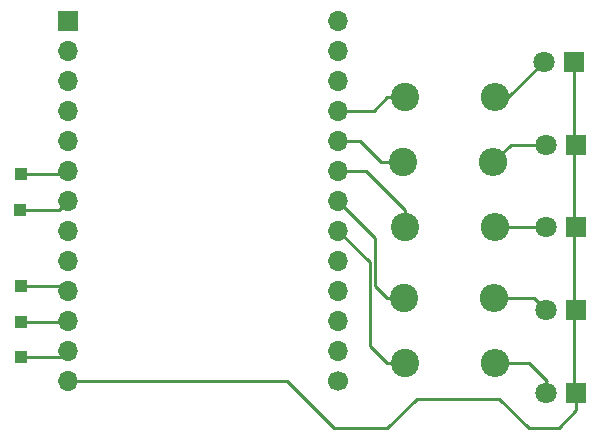
<source format=gbr>
%TF.GenerationSoftware,KiCad,Pcbnew,6.0.4-6f826c9f35~116~ubuntu20.04.1*%
%TF.CreationDate,2022-04-29T17:40:21+02:00*%
%TF.ProjectId,wlap,776c6170-2e6b-4696-9361-645f70636258,rev?*%
%TF.SameCoordinates,Original*%
%TF.FileFunction,Copper,L1,Top*%
%TF.FilePolarity,Positive*%
%FSLAX46Y46*%
G04 Gerber Fmt 4.6, Leading zero omitted, Abs format (unit mm)*
G04 Created by KiCad (PCBNEW 6.0.4-6f826c9f35~116~ubuntu20.04.1) date 2022-04-29 17:40:21*
%MOMM*%
%LPD*%
G01*
G04 APERTURE LIST*
%TA.AperFunction,ComponentPad*%
%ADD10C,2.400000*%
%TD*%
%TA.AperFunction,ComponentPad*%
%ADD11O,2.400000X2.400000*%
%TD*%
%TA.AperFunction,ComponentPad*%
%ADD12R,1.800000X1.800000*%
%TD*%
%TA.AperFunction,ComponentPad*%
%ADD13C,1.800000*%
%TD*%
%TA.AperFunction,ComponentPad*%
%ADD14R,1.000000X1.000000*%
%TD*%
%TA.AperFunction,ComponentPad*%
%ADD15R,1.700000X1.700000*%
%TD*%
%TA.AperFunction,ComponentPad*%
%ADD16O,1.700000X1.700000*%
%TD*%
%TA.AperFunction,ComponentPad*%
%ADD17C,1.700000*%
%TD*%
%TA.AperFunction,Conductor*%
%ADD18C,0.250000*%
%TD*%
G04 APERTURE END LIST*
D10*
%TO.P,R5,1*%
%TO.N,Net-(R5-Pad1)*%
X105500000Y-101500000D03*
D11*
%TO.P,R5,2*%
%TO.N,Net-(D5-Pad2)*%
X113120000Y-101500000D03*
%TD*%
D12*
%TO.P,D1,1,K*%
%TO.N,Net-(D1-Pad1)*%
X119775000Y-76000000D03*
D13*
%TO.P,D1,2,A*%
%TO.N,Net-(D1-Pad2)*%
X117235000Y-76000000D03*
%TD*%
D12*
%TO.P,D4,1,K*%
%TO.N,Net-(D1-Pad1)*%
X120000000Y-97000000D03*
D13*
%TO.P,D4,2,A*%
%TO.N,Net-(D4-Pad2)*%
X117460000Y-97000000D03*
%TD*%
D14*
%TO.P,J3,1,Pin_1*%
%TO.N,Net-(J3-Pad1)*%
X72925000Y-88500000D03*
%TD*%
%TO.P,J2,1,Pin_1*%
%TO.N,Net-(J2-Pad1)*%
X73000000Y-85500000D03*
%TD*%
D10*
%TO.P,R2,1*%
%TO.N,Net-(R2-Pad1)*%
X105340000Y-84500000D03*
D11*
%TO.P,R2,2*%
%TO.N,Net-(D2-Pad2)*%
X112960000Y-84500000D03*
%TD*%
D14*
%TO.P,J5,1,Pin_1*%
%TO.N,Net-(J5-Pad1)*%
X73000000Y-101000000D03*
%TD*%
D10*
%TO.P,R3,1*%
%TO.N,Net-(R3-Pad1)*%
X105500000Y-90000000D03*
D11*
%TO.P,R3,2*%
%TO.N,Net-(D3-Pad2)*%
X113120000Y-90000000D03*
%TD*%
D14*
%TO.P,J4,1,Pin_1*%
%TO.N,Net-(J4-Pad1)*%
X73000000Y-95000000D03*
%TD*%
D15*
%TO.P,U1,1,VP*%
%TO.N,unconnected-(U1-Pad1)*%
X77000000Y-72500000D03*
D16*
%TO.P,U1,2,VN*%
%TO.N,unconnected-(U1-Pad2)*%
X77000000Y-75040000D03*
%TO.P,U1,3,EN*%
%TO.N,unconnected-(U1-Pad3)*%
X77000000Y-77580000D03*
%TO.P,U1,4,34*%
%TO.N,unconnected-(U1-Pad4)*%
X77000000Y-80120000D03*
%TO.P,U1,5,35*%
%TO.N,unconnected-(U1-Pad5)*%
X77000000Y-82660000D03*
%TO.P,U1,6,32*%
%TO.N,Net-(J2-Pad1)*%
X77000000Y-85200000D03*
%TO.P,U1,7,33*%
%TO.N,Net-(J3-Pad1)*%
X77000000Y-87740000D03*
%TO.P,U1,8,25*%
%TO.N,unconnected-(U1-Pad8)*%
X77000000Y-90280000D03*
%TO.P,U1,9,26*%
%TO.N,unconnected-(U1-Pad9)*%
X77000000Y-92820000D03*
%TO.P,U1,10,27*%
%TO.N,Net-(J4-Pad1)*%
X77000000Y-95360000D03*
%TO.P,U1,11,14*%
%TO.N,Net-(J1-Pad1)*%
X77000000Y-97900000D03*
%TO.P,U1,12,12*%
%TO.N,Net-(J5-Pad1)*%
X77000000Y-100440000D03*
%TO.P,U1,13,GND*%
%TO.N,Net-(D1-Pad1)*%
X77000000Y-102980000D03*
D17*
%TO.P,U1,14,13*%
%TO.N,unconnected-(U1-Pad14)*%
X99860000Y-102980000D03*
D16*
%TO.P,U1,15,15*%
%TO.N,unconnected-(U1-Pad15)*%
X99860000Y-100440000D03*
%TO.P,U1,16,2*%
%TO.N,unconnected-(U1-Pad16)*%
X99860000Y-97900000D03*
%TO.P,U1,17,0*%
%TO.N,unconnected-(U1-Pad17)*%
X99860000Y-95360000D03*
%TO.P,U1,18,4*%
%TO.N,unconnected-(U1-Pad18)*%
X99860000Y-92820000D03*
%TO.P,U1,19,16*%
%TO.N,Net-(R5-Pad1)*%
X99860000Y-90280000D03*
%TO.P,U1,20,17*%
%TO.N,Net-(R4-Pad1)*%
X99860000Y-87740000D03*
%TO.P,U1,21,5*%
%TO.N,Net-(R3-Pad1)*%
X99860000Y-85200000D03*
%TO.P,U1,22,18*%
%TO.N,Net-(R2-Pad1)*%
X99860000Y-82660000D03*
%TO.P,U1,23,23*%
%TO.N,Net-(R1-Pad1)*%
X99860000Y-80120000D03*
%TO.P,U1,24,19*%
%TO.N,unconnected-(U1-Pad24)*%
X99860000Y-77580000D03*
%TO.P,U1,25,22*%
%TO.N,unconnected-(U1-Pad25)*%
X99860000Y-75040000D03*
%TO.P,U1,26,3v3*%
%TO.N,unconnected-(U1-Pad26)*%
X99860000Y-72500000D03*
%TD*%
D12*
%TO.P,D3,1,K*%
%TO.N,Net-(D1-Pad1)*%
X120000000Y-90000000D03*
D13*
%TO.P,D3,2,A*%
%TO.N,Net-(D3-Pad2)*%
X117460000Y-90000000D03*
%TD*%
D12*
%TO.P,D2,1,K*%
%TO.N,Net-(D1-Pad1)*%
X120000000Y-83000000D03*
D13*
%TO.P,D2,2,A*%
%TO.N,Net-(D2-Pad2)*%
X117460000Y-83000000D03*
%TD*%
D10*
%TO.P,R1,1*%
%TO.N,Net-(R1-Pad1)*%
X105500000Y-79000000D03*
D11*
%TO.P,R1,2*%
%TO.N,Net-(D1-Pad2)*%
X113120000Y-79000000D03*
%TD*%
D10*
%TO.P,R4,1*%
%TO.N,Net-(R4-Pad1)*%
X105380000Y-96000000D03*
D11*
%TO.P,R4,2*%
%TO.N,Net-(D4-Pad2)*%
X113000000Y-96000000D03*
%TD*%
D14*
%TO.P,J1,1,Pin_1*%
%TO.N,Net-(J1-Pad1)*%
X73000000Y-98000000D03*
%TD*%
D12*
%TO.P,D5,1,K*%
%TO.N,Net-(D1-Pad1)*%
X120000000Y-104000000D03*
D13*
%TO.P,D5,2,A*%
%TO.N,Net-(D5-Pad2)*%
X117460000Y-104000000D03*
%TD*%
D18*
%TO.N,Net-(D1-Pad1)*%
X77000000Y-102980000D02*
X95480000Y-102980000D01*
X95480000Y-102980000D02*
X99500000Y-107000000D01*
X104000000Y-107000000D02*
X106500000Y-104500000D01*
X99500000Y-107000000D02*
X104000000Y-107000000D01*
X106500000Y-104500000D02*
X113500000Y-104500000D01*
X113500000Y-104500000D02*
X116000000Y-107000000D01*
X116000000Y-107000000D02*
X118500000Y-107000000D01*
X118500000Y-107000000D02*
X120000000Y-105500000D01*
X120000000Y-105500000D02*
X120000000Y-104000000D01*
%TO.N,Net-(J5-Pad1)*%
X73000000Y-101000000D02*
X76440000Y-101000000D01*
X76440000Y-101000000D02*
X77000000Y-100440000D01*
%TO.N,Net-(J1-Pad1)*%
X73000000Y-98000000D02*
X76900000Y-98000000D01*
X76900000Y-98000000D02*
X77000000Y-97900000D01*
%TO.N,Net-(J4-Pad1)*%
X73000000Y-95000000D02*
X76640000Y-95000000D01*
X76640000Y-95000000D02*
X77000000Y-95360000D01*
%TO.N,Net-(J3-Pad1)*%
X72925000Y-88500000D02*
X76240000Y-88500000D01*
X76240000Y-88500000D02*
X77000000Y-87740000D01*
%TO.N,Net-(J2-Pad1)*%
X73000000Y-85500000D02*
X76700000Y-85500000D01*
X76700000Y-85500000D02*
X77000000Y-85200000D01*
%TO.N,Net-(D1-Pad1)*%
X119775000Y-103775000D02*
X120000000Y-104000000D01*
X119775000Y-76000000D02*
X119775000Y-103775000D01*
%TO.N,Net-(R5-Pad1)*%
X104000000Y-101500000D02*
X105500000Y-101500000D01*
X102550480Y-100050480D02*
X104000000Y-101500000D01*
X99860000Y-90280000D02*
X102550480Y-92970480D01*
X102550480Y-92970480D02*
X102550480Y-100050480D01*
%TO.N,Net-(R4-Pad1)*%
X99860000Y-87740000D02*
X103000000Y-90880000D01*
X103000000Y-95000000D02*
X104000000Y-96000000D01*
X104000000Y-96000000D02*
X105380000Y-96000000D01*
X103000000Y-90880000D02*
X103000000Y-95000000D01*
%TO.N,Net-(R3-Pad1)*%
X105500000Y-88500000D02*
X105500000Y-90000000D01*
X99860000Y-85200000D02*
X102200000Y-85200000D01*
X102200000Y-85200000D02*
X105500000Y-88500000D01*
%TO.N,Net-(R2-Pad1)*%
X101660000Y-82660000D02*
X103500000Y-84500000D01*
X103500000Y-84500000D02*
X105340000Y-84500000D01*
X99860000Y-82660000D02*
X101660000Y-82660000D01*
%TO.N,Net-(R1-Pad1)*%
X104000000Y-79000000D02*
X105500000Y-79000000D01*
X102880000Y-80120000D02*
X104000000Y-79000000D01*
X99860000Y-80120000D02*
X102880000Y-80120000D01*
%TO.N,Net-(D1-Pad2)*%
X117235000Y-76000000D02*
X114235000Y-79000000D01*
X114235000Y-79000000D02*
X113120000Y-79000000D01*
%TO.N,Net-(D2-Pad2)*%
X112960000Y-84500000D02*
X114460000Y-83000000D01*
X114460000Y-83000000D02*
X117460000Y-83000000D01*
%TO.N,Net-(D3-Pad2)*%
X113120000Y-90000000D02*
X117460000Y-90000000D01*
%TO.N,Net-(D4-Pad2)*%
X116460000Y-96000000D02*
X117460000Y-97000000D01*
X113000000Y-96000000D02*
X116460000Y-96000000D01*
%TO.N,Net-(D5-Pad2)*%
X117500000Y-103000000D02*
X117460000Y-103040000D01*
X113120000Y-101500000D02*
X116000000Y-101500000D01*
X117460000Y-103040000D02*
X117460000Y-104000000D01*
X116000000Y-101500000D02*
X117500000Y-103000000D01*
%TD*%
M02*

</source>
